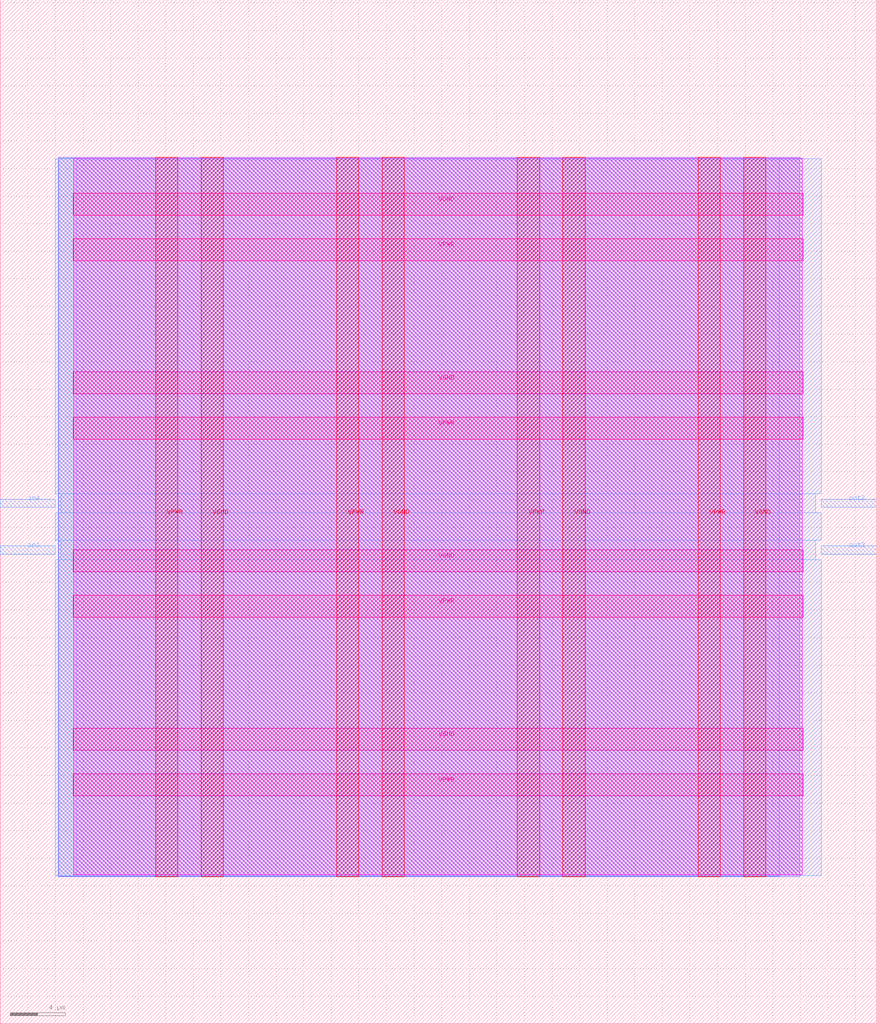
<source format=lef>
VERSION 5.7 ;
  NOWIREEXTENSIONATPIN ON ;
  DIVIDERCHAR "/" ;
  BUSBITCHARS "[]" ;
MACRO halfadder
  CLASS BLOCK ;
  FOREIGN halfadder ;
  ORIGIN 0.000 0.000 ;
  SIZE 63.505 BY 74.225 ;
  PIN VGND
    DIRECTION INOUT ;
    USE GROUND ;
    PORT
      LAYER met4 ;
        RECT 14.575 10.640 16.175 62.800 ;
    END
    PORT
      LAYER met4 ;
        RECT 27.685 10.640 29.285 62.800 ;
    END
    PORT
      LAYER met4 ;
        RECT 40.795 10.640 42.395 62.800 ;
    END
    PORT
      LAYER met4 ;
        RECT 53.905 10.640 55.505 62.800 ;
    END
    PORT
      LAYER met5 ;
        RECT 5.280 19.840 58.200 21.440 ;
    END
    PORT
      LAYER met5 ;
        RECT 5.280 32.760 58.200 34.360 ;
    END
    PORT
      LAYER met5 ;
        RECT 5.280 45.680 58.200 47.280 ;
    END
    PORT
      LAYER met5 ;
        RECT 5.280 58.600 58.200 60.200 ;
    END
  END VGND
  PIN VPWR
    DIRECTION INOUT ;
    USE POWER ;
    PORT
      LAYER met4 ;
        RECT 11.275 10.640 12.875 62.800 ;
    END
    PORT
      LAYER met4 ;
        RECT 24.385 10.640 25.985 62.800 ;
    END
    PORT
      LAYER met4 ;
        RECT 37.495 10.640 39.095 62.800 ;
    END
    PORT
      LAYER met4 ;
        RECT 50.605 10.640 52.205 62.800 ;
    END
    PORT
      LAYER met5 ;
        RECT 5.280 16.540 58.200 18.140 ;
    END
    PORT
      LAYER met5 ;
        RECT 5.280 29.460 58.200 31.060 ;
    END
    PORT
      LAYER met5 ;
        RECT 5.280 42.380 58.200 43.980 ;
    END
    PORT
      LAYER met5 ;
        RECT 5.280 55.300 58.200 56.900 ;
    END
  END VPWR
  PIN in1
    DIRECTION INPUT ;
    USE SIGNAL ;
    ANTENNAGATEAREA 0.196500 ;
    PORT
      LAYER met3 ;
        RECT 0.000 34.040 4.000 34.640 ;
    END
  END in1
  PIN in4
    DIRECTION INPUT ;
    USE SIGNAL ;
    ANTENNAGATEAREA 0.196500 ;
    PORT
      LAYER met3 ;
        RECT 0.000 37.440 4.000 38.040 ;
    END
  END in4
  PIN out2
    DIRECTION OUTPUT ;
    USE SIGNAL ;
    ANTENNADIFFAREA 0.445500 ;
    PORT
      LAYER met3 ;
        RECT 59.505 37.440 63.505 38.040 ;
    END
  END out2
  PIN out3
    DIRECTION OUTPUT ;
    USE SIGNAL ;
    ANTENNADIFFAREA 0.445500 ;
    PORT
      LAYER met3 ;
        RECT 59.505 34.040 63.505 34.640 ;
    END
  END out3
  OBS
      LAYER nwell ;
        RECT 5.330 10.795 58.150 62.750 ;
      LAYER li1 ;
        RECT 5.520 10.795 57.960 62.645 ;
      LAYER met1 ;
        RECT 4.210 10.640 57.960 62.800 ;
      LAYER met2 ;
        RECT 4.230 10.695 56.490 62.745 ;
      LAYER met3 ;
        RECT 3.990 38.440 59.505 62.725 ;
        RECT 4.400 37.040 59.105 38.440 ;
        RECT 3.990 35.040 59.505 37.040 ;
        RECT 4.400 33.640 59.105 35.040 ;
        RECT 3.990 10.715 59.505 33.640 ;
  END
END halfadder
END LIBRARY


</source>
